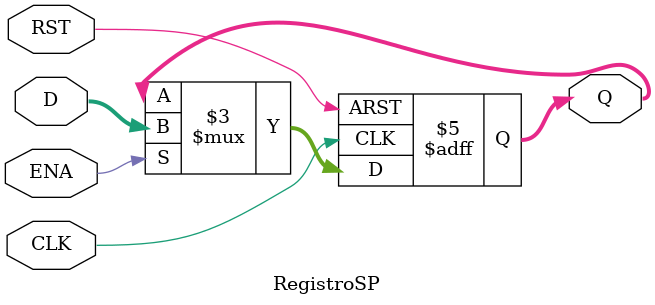
<source format=v>

module RegistroSP(
    input CLK,
    input RST,
    input ENA,
    input [15:0] D,
    output reg [15:0] Q
);

    always @(negedge CLK or posedge RST)
        if (RST)
            Q <= 16'h0000; // reset
        else if (ENA)
            Q <= D; // carga
        else
            Q <= Q; // mantiene valor

endmodule
</source>
